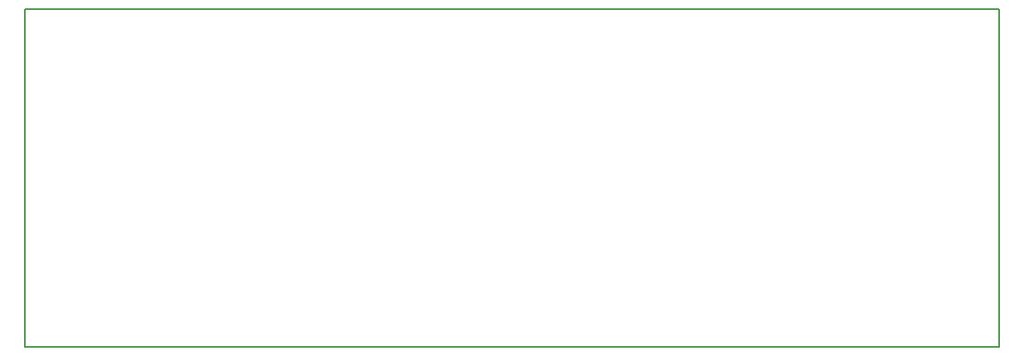
<source format=gbr>
G04 #@! TF.GenerationSoftware,KiCad,Pcbnew,(5.0.1)-rc2*
G04 #@! TF.CreationDate,2020-12-06T20:15:16+01:00*
G04 #@! TF.ProjectId,A600_ACCEL_RAM,413630305F414343454C5F52414D2E6B,rev?*
G04 #@! TF.SameCoordinates,Original*
G04 #@! TF.FileFunction,Profile,NP*
%FSLAX46Y46*%
G04 Gerber Fmt 4.6, Leading zero omitted, Abs format (unit mm)*
G04 Created by KiCad (PCBNEW (5.0.1)-rc2) date 06/12/2020 20:15:16*
%MOMM*%
%LPD*%
G01*
G04 APERTURE LIST*
%ADD10C,0.150000*%
G04 APERTURE END LIST*
D10*
X123952000Y-92710000D02*
X24511000Y-92710000D01*
X123952000Y-127254000D02*
X123952000Y-92710000D01*
X24511000Y-127254000D02*
X123952000Y-127254000D01*
X24511000Y-92710000D02*
X24511000Y-127254000D01*
M02*

</source>
